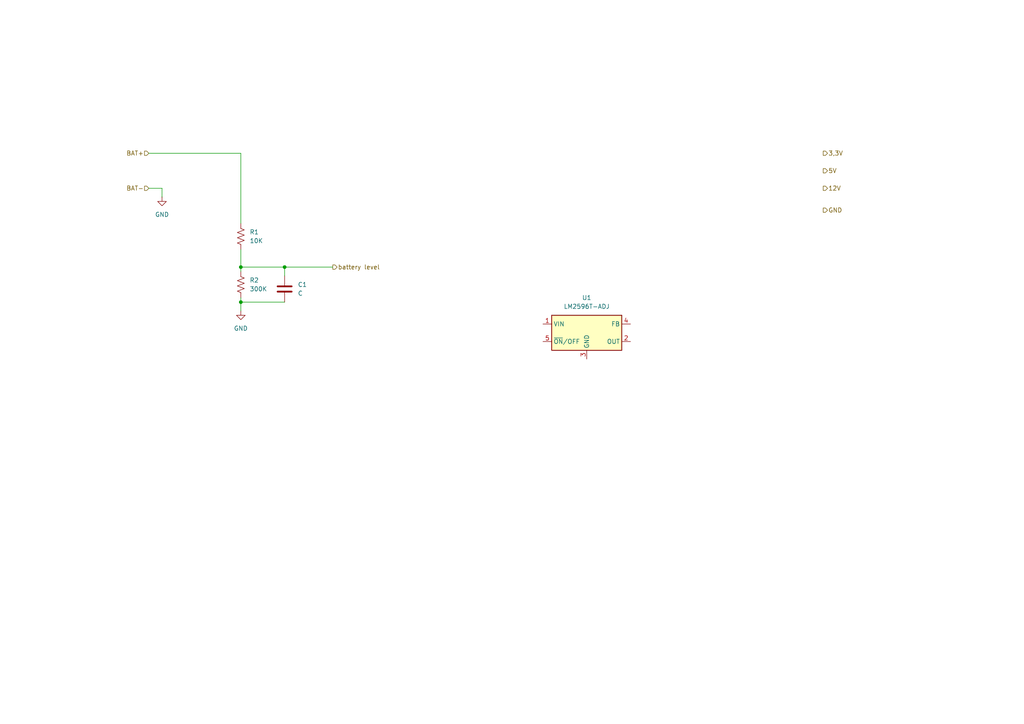
<source format=kicad_sch>
(kicad_sch
	(version 20250114)
	(generator "eeschema")
	(generator_version "9.0")
	(uuid "3b36f4ac-8da7-406b-bbe1-7eb36a907589")
	(paper "A4")
	(lib_symbols
		(symbol "Device:C"
			(pin_numbers
				(hide yes)
			)
			(pin_names
				(offset 0.254)
			)
			(exclude_from_sim no)
			(in_bom yes)
			(on_board yes)
			(property "Reference" "C"
				(at 0.635 2.54 0)
				(effects
					(font
						(size 1.27 1.27)
					)
					(justify left)
				)
			)
			(property "Value" "C"
				(at 0.635 -2.54 0)
				(effects
					(font
						(size 1.27 1.27)
					)
					(justify left)
				)
			)
			(property "Footprint" ""
				(at 0.9652 -3.81 0)
				(effects
					(font
						(size 1.27 1.27)
					)
					(hide yes)
				)
			)
			(property "Datasheet" "~"
				(at 0 0 0)
				(effects
					(font
						(size 1.27 1.27)
					)
					(hide yes)
				)
			)
			(property "Description" "Unpolarized capacitor"
				(at 0 0 0)
				(effects
					(font
						(size 1.27 1.27)
					)
					(hide yes)
				)
			)
			(property "ki_keywords" "cap capacitor"
				(at 0 0 0)
				(effects
					(font
						(size 1.27 1.27)
					)
					(hide yes)
				)
			)
			(property "ki_fp_filters" "C_*"
				(at 0 0 0)
				(effects
					(font
						(size 1.27 1.27)
					)
					(hide yes)
				)
			)
			(symbol "C_0_1"
				(polyline
					(pts
						(xy -2.032 0.762) (xy 2.032 0.762)
					)
					(stroke
						(width 0.508)
						(type default)
					)
					(fill
						(type none)
					)
				)
				(polyline
					(pts
						(xy -2.032 -0.762) (xy 2.032 -0.762)
					)
					(stroke
						(width 0.508)
						(type default)
					)
					(fill
						(type none)
					)
				)
			)
			(symbol "C_1_1"
				(pin passive line
					(at 0 3.81 270)
					(length 2.794)
					(name "~"
						(effects
							(font
								(size 1.27 1.27)
							)
						)
					)
					(number "1"
						(effects
							(font
								(size 1.27 1.27)
							)
						)
					)
				)
				(pin passive line
					(at 0 -3.81 90)
					(length 2.794)
					(name "~"
						(effects
							(font
								(size 1.27 1.27)
							)
						)
					)
					(number "2"
						(effects
							(font
								(size 1.27 1.27)
							)
						)
					)
				)
			)
			(embedded_fonts no)
		)
		(symbol "Device:R_US"
			(pin_numbers
				(hide yes)
			)
			(pin_names
				(offset 0)
			)
			(exclude_from_sim no)
			(in_bom yes)
			(on_board yes)
			(property "Reference" "R"
				(at 2.54 0 90)
				(effects
					(font
						(size 1.27 1.27)
					)
				)
			)
			(property "Value" "R_US"
				(at -2.54 0 90)
				(effects
					(font
						(size 1.27 1.27)
					)
				)
			)
			(property "Footprint" ""
				(at 1.016 -0.254 90)
				(effects
					(font
						(size 1.27 1.27)
					)
					(hide yes)
				)
			)
			(property "Datasheet" "~"
				(at 0 0 0)
				(effects
					(font
						(size 1.27 1.27)
					)
					(hide yes)
				)
			)
			(property "Description" "Resistor, US symbol"
				(at 0 0 0)
				(effects
					(font
						(size 1.27 1.27)
					)
					(hide yes)
				)
			)
			(property "ki_keywords" "R res resistor"
				(at 0 0 0)
				(effects
					(font
						(size 1.27 1.27)
					)
					(hide yes)
				)
			)
			(property "ki_fp_filters" "R_*"
				(at 0 0 0)
				(effects
					(font
						(size 1.27 1.27)
					)
					(hide yes)
				)
			)
			(symbol "R_US_0_1"
				(polyline
					(pts
						(xy 0 2.286) (xy 0 2.54)
					)
					(stroke
						(width 0)
						(type default)
					)
					(fill
						(type none)
					)
				)
				(polyline
					(pts
						(xy 0 2.286) (xy 1.016 1.905) (xy 0 1.524) (xy -1.016 1.143) (xy 0 0.762)
					)
					(stroke
						(width 0)
						(type default)
					)
					(fill
						(type none)
					)
				)
				(polyline
					(pts
						(xy 0 0.762) (xy 1.016 0.381) (xy 0 0) (xy -1.016 -0.381) (xy 0 -0.762)
					)
					(stroke
						(width 0)
						(type default)
					)
					(fill
						(type none)
					)
				)
				(polyline
					(pts
						(xy 0 -0.762) (xy 1.016 -1.143) (xy 0 -1.524) (xy -1.016 -1.905) (xy 0 -2.286)
					)
					(stroke
						(width 0)
						(type default)
					)
					(fill
						(type none)
					)
				)
				(polyline
					(pts
						(xy 0 -2.286) (xy 0 -2.54)
					)
					(stroke
						(width 0)
						(type default)
					)
					(fill
						(type none)
					)
				)
			)
			(symbol "R_US_1_1"
				(pin passive line
					(at 0 3.81 270)
					(length 1.27)
					(name "~"
						(effects
							(font
								(size 1.27 1.27)
							)
						)
					)
					(number "1"
						(effects
							(font
								(size 1.27 1.27)
							)
						)
					)
				)
				(pin passive line
					(at 0 -3.81 90)
					(length 1.27)
					(name "~"
						(effects
							(font
								(size 1.27 1.27)
							)
						)
					)
					(number "2"
						(effects
							(font
								(size 1.27 1.27)
							)
						)
					)
				)
			)
			(embedded_fonts no)
		)
		(symbol "Regulator_Switching:LM2596T-ADJ"
			(exclude_from_sim no)
			(in_bom yes)
			(on_board yes)
			(property "Reference" "U"
				(at -10.16 6.35 0)
				(effects
					(font
						(size 1.27 1.27)
					)
					(justify left)
				)
			)
			(property "Value" "LM2596T-ADJ"
				(at 0 6.35 0)
				(effects
					(font
						(size 1.27 1.27)
					)
					(justify left)
				)
			)
			(property "Footprint" "Package_TO_SOT_THT:TO-220-5_P3.4x3.7mm_StaggerOdd_Lead3.8mm_Vertical"
				(at 1.27 -6.35 0)
				(effects
					(font
						(size 1.27 1.27)
						(italic yes)
					)
					(justify left)
					(hide yes)
				)
			)
			(property "Datasheet" "http://www.ti.com/lit/ds/symlink/lm2596.pdf"
				(at 0 0 0)
				(effects
					(font
						(size 1.27 1.27)
					)
					(hide yes)
				)
			)
			(property "Description" "Adjustable 3A 150kHz Step-Down Voltage Regulator, TO-220"
				(at 0 0 0)
				(effects
					(font
						(size 1.27 1.27)
					)
					(hide yes)
				)
			)
			(property "ki_keywords" "Step-Down Voltage Regulator Adjustable 3A"
				(at 0 0 0)
				(effects
					(font
						(size 1.27 1.27)
					)
					(hide yes)
				)
			)
			(property "ki_fp_filters" "TO?220*"
				(at 0 0 0)
				(effects
					(font
						(size 1.27 1.27)
					)
					(hide yes)
				)
			)
			(symbol "LM2596T-ADJ_0_1"
				(rectangle
					(start -10.16 5.08)
					(end 10.16 -5.08)
					(stroke
						(width 0.254)
						(type default)
					)
					(fill
						(type background)
					)
				)
			)
			(symbol "LM2596T-ADJ_1_1"
				(pin power_in line
					(at -12.7 2.54 0)
					(length 2.54)
					(name "VIN"
						(effects
							(font
								(size 1.27 1.27)
							)
						)
					)
					(number "1"
						(effects
							(font
								(size 1.27 1.27)
							)
						)
					)
				)
				(pin input line
					(at -12.7 -2.54 0)
					(length 2.54)
					(name "~{ON}/OFF"
						(effects
							(font
								(size 1.27 1.27)
							)
						)
					)
					(number "5"
						(effects
							(font
								(size 1.27 1.27)
							)
						)
					)
				)
				(pin power_in line
					(at 0 -7.62 90)
					(length 2.54)
					(name "GND"
						(effects
							(font
								(size 1.27 1.27)
							)
						)
					)
					(number "3"
						(effects
							(font
								(size 1.27 1.27)
							)
						)
					)
				)
				(pin input line
					(at 12.7 2.54 180)
					(length 2.54)
					(name "FB"
						(effects
							(font
								(size 1.27 1.27)
							)
						)
					)
					(number "4"
						(effects
							(font
								(size 1.27 1.27)
							)
						)
					)
				)
				(pin output line
					(at 12.7 -2.54 180)
					(length 2.54)
					(name "OUT"
						(effects
							(font
								(size 1.27 1.27)
							)
						)
					)
					(number "2"
						(effects
							(font
								(size 1.27 1.27)
							)
						)
					)
				)
			)
			(embedded_fonts no)
		)
		(symbol "power:GND"
			(power)
			(pin_numbers
				(hide yes)
			)
			(pin_names
				(offset 0)
				(hide yes)
			)
			(exclude_from_sim no)
			(in_bom yes)
			(on_board yes)
			(property "Reference" "#PWR"
				(at 0 -6.35 0)
				(effects
					(font
						(size 1.27 1.27)
					)
					(hide yes)
				)
			)
			(property "Value" "GND"
				(at 0 -3.81 0)
				(effects
					(font
						(size 1.27 1.27)
					)
				)
			)
			(property "Footprint" ""
				(at 0 0 0)
				(effects
					(font
						(size 1.27 1.27)
					)
					(hide yes)
				)
			)
			(property "Datasheet" ""
				(at 0 0 0)
				(effects
					(font
						(size 1.27 1.27)
					)
					(hide yes)
				)
			)
			(property "Description" "Power symbol creates a global label with name \"GND\" , ground"
				(at 0 0 0)
				(effects
					(font
						(size 1.27 1.27)
					)
					(hide yes)
				)
			)
			(property "ki_keywords" "global power"
				(at 0 0 0)
				(effects
					(font
						(size 1.27 1.27)
					)
					(hide yes)
				)
			)
			(symbol "GND_0_1"
				(polyline
					(pts
						(xy 0 0) (xy 0 -1.27) (xy 1.27 -1.27) (xy 0 -2.54) (xy -1.27 -1.27) (xy 0 -1.27)
					)
					(stroke
						(width 0)
						(type default)
					)
					(fill
						(type none)
					)
				)
			)
			(symbol "GND_1_1"
				(pin power_in line
					(at 0 0 270)
					(length 0)
					(name "~"
						(effects
							(font
								(size 1.27 1.27)
							)
						)
					)
					(number "1"
						(effects
							(font
								(size 1.27 1.27)
							)
						)
					)
				)
			)
			(embedded_fonts no)
		)
	)
	(junction
		(at 69.85 77.47)
		(diameter 0)
		(color 0 0 0 0)
		(uuid "1d438449-667b-49f2-9072-791b05985556")
	)
	(junction
		(at 82.55 77.47)
		(diameter 0)
		(color 0 0 0 0)
		(uuid "674217ec-3b13-4942-a4b0-2ac1ccb713b6")
	)
	(junction
		(at 69.85 87.63)
		(diameter 0)
		(color 0 0 0 0)
		(uuid "e137466b-5975-4dbd-b096-58973de12116")
	)
	(wire
		(pts
			(xy 43.18 44.45) (xy 69.85 44.45)
		)
		(stroke
			(width 0)
			(type default)
		)
		(uuid "092c91be-38c9-4c04-bfe3-a40bee22be63")
	)
	(wire
		(pts
			(xy 69.85 44.45) (xy 69.85 64.77)
		)
		(stroke
			(width 0)
			(type default)
		)
		(uuid "232f5876-18d6-4d44-88f1-88f144fa1827")
	)
	(wire
		(pts
			(xy 82.55 77.47) (xy 96.52 77.47)
		)
		(stroke
			(width 0)
			(type default)
		)
		(uuid "34bb2375-7ecd-46bc-b00a-ac8946f6289b")
	)
	(wire
		(pts
			(xy 82.55 80.01) (xy 82.55 77.47)
		)
		(stroke
			(width 0)
			(type default)
		)
		(uuid "4639174e-e5e7-4a6e-b9d3-e5156dff3637")
	)
	(wire
		(pts
			(xy 82.55 77.47) (xy 69.85 77.47)
		)
		(stroke
			(width 0)
			(type default)
		)
		(uuid "5df8d4a3-81f9-4452-ac3c-a187c9966eb2")
	)
	(wire
		(pts
			(xy 69.85 87.63) (xy 69.85 90.17)
		)
		(stroke
			(width 0)
			(type default)
		)
		(uuid "6a36ae81-1bb6-4a5f-ac10-b1b08dabd07a")
	)
	(wire
		(pts
			(xy 69.85 86.36) (xy 69.85 87.63)
		)
		(stroke
			(width 0)
			(type default)
		)
		(uuid "88ea17c8-a142-402c-8458-a5776f0aaeb4")
	)
	(wire
		(pts
			(xy 46.99 54.61) (xy 46.99 57.15)
		)
		(stroke
			(width 0)
			(type default)
		)
		(uuid "923374b0-5f81-4159-91de-3abddbc5cc98")
	)
	(wire
		(pts
			(xy 43.18 54.61) (xy 46.99 54.61)
		)
		(stroke
			(width 0)
			(type default)
		)
		(uuid "aa522dc9-a9f7-446c-b037-53f9ab5bb750")
	)
	(wire
		(pts
			(xy 82.55 87.63) (xy 69.85 87.63)
		)
		(stroke
			(width 0)
			(type default)
		)
		(uuid "e2a96b28-2c85-4014-bab8-8fb28dc60cf4")
	)
	(wire
		(pts
			(xy 69.85 72.39) (xy 69.85 77.47)
		)
		(stroke
			(width 0)
			(type default)
		)
		(uuid "e6748a9d-ff17-4b3d-a68d-444ae8d5157f")
	)
	(wire
		(pts
			(xy 69.85 77.47) (xy 69.85 78.74)
		)
		(stroke
			(width 0)
			(type default)
		)
		(uuid "f7b829dd-ede8-4732-abca-1914b550788d")
	)
	(hierarchical_label "BAT-"
		(shape input)
		(at 43.18 54.61 180)
		(effects
			(font
				(size 1.27 1.27)
			)
			(justify right)
		)
		(uuid "2d8d2667-cc1f-40b0-bffe-d7777eda5494")
	)
	(hierarchical_label "battery level"
		(shape output)
		(at 96.52 77.47 0)
		(effects
			(font
				(size 1.27 1.27)
			)
			(justify left)
		)
		(uuid "7d61ac5c-7d44-491b-ae50-b15ed897db10")
	)
	(hierarchical_label "GND"
		(shape output)
		(at 238.76 60.96 0)
		(effects
			(font
				(size 1.27 1.27)
			)
			(justify left)
		)
		(uuid "89f50209-58fa-497a-b88d-4f3b820ae52a")
	)
	(hierarchical_label "12V"
		(shape output)
		(at 238.76 54.61 0)
		(effects
			(font
				(size 1.27 1.27)
			)
			(justify left)
		)
		(uuid "95ade862-4b05-4e28-9309-f9183e3cca63")
	)
	(hierarchical_label "5V"
		(shape output)
		(at 238.76 49.53 0)
		(effects
			(font
				(size 1.27 1.27)
			)
			(justify left)
		)
		(uuid "c1a52541-0877-4e85-aa55-dce2f97bf9f7")
	)
	(hierarchical_label "3,3V"
		(shape output)
		(at 238.76 44.45 0)
		(effects
			(font
				(size 1.27 1.27)
			)
			(justify left)
		)
		(uuid "f5a257ae-c335-434e-9ed2-4b9cb7aee81d")
	)
	(hierarchical_label "BAT+"
		(shape input)
		(at 43.18 44.45 180)
		(effects
			(font
				(size 1.27 1.27)
			)
			(justify right)
		)
		(uuid "f6d50c91-6569-4946-8bcf-041cd9052d7f")
	)
	(symbol
		(lib_id "power:GND")
		(at 46.99 57.15 0)
		(unit 1)
		(exclude_from_sim no)
		(in_bom yes)
		(on_board yes)
		(dnp no)
		(fields_autoplaced yes)
		(uuid "4756731c-f970-41b7-981a-c7f4ea951676")
		(property "Reference" "#PWR06"
			(at 46.99 63.5 0)
			(effects
				(font
					(size 1.27 1.27)
				)
				(hide yes)
			)
		)
		(property "Value" "GND"
			(at 46.99 62.23 0)
			(effects
				(font
					(size 1.27 1.27)
				)
			)
		)
		(property "Footprint" ""
			(at 46.99 57.15 0)
			(effects
				(font
					(size 1.27 1.27)
				)
				(hide yes)
			)
		)
		(property "Datasheet" ""
			(at 46.99 57.15 0)
			(effects
				(font
					(size 1.27 1.27)
				)
				(hide yes)
			)
		)
		(property "Description" "Power symbol creates a global label with name \"GND\" , ground"
			(at 46.99 57.15 0)
			(effects
				(font
					(size 1.27 1.27)
				)
				(hide yes)
			)
		)
		(pin "1"
			(uuid "0b853de2-2711-44db-8166-2ee9633063bc")
		)
		(instances
			(project "Leonardo_v2.0"
				(path "/0d3207ba-e51c-4f46-8c4e-e116d0062888/bece2dc1-1740-4c5c-8fd4-4c4b8478fa00"
					(reference "#PWR06")
					(unit 1)
				)
			)
		)
	)
	(symbol
		(lib_id "Device:R_US")
		(at 69.85 68.58 0)
		(unit 1)
		(exclude_from_sim no)
		(in_bom yes)
		(on_board yes)
		(dnp no)
		(fields_autoplaced yes)
		(uuid "59e7c5ba-4733-443a-a126-ea16c0ab0bfc")
		(property "Reference" "R1"
			(at 72.39 67.3099 0)
			(effects
				(font
					(size 1.27 1.27)
				)
				(justify left)
			)
		)
		(property "Value" "10K"
			(at 72.39 69.8499 0)
			(effects
				(font
					(size 1.27 1.27)
				)
				(justify left)
			)
		)
		(property "Footprint" ""
			(at 70.866 68.834 90)
			(effects
				(font
					(size 1.27 1.27)
				)
				(hide yes)
			)
		)
		(property "Datasheet" "~"
			(at 69.85 68.58 0)
			(effects
				(font
					(size 1.27 1.27)
				)
				(hide yes)
			)
		)
		(property "Description" "Resistor, US symbol"
			(at 69.85 68.58 0)
			(effects
				(font
					(size 1.27 1.27)
				)
				(hide yes)
			)
		)
		(pin "1"
			(uuid "413f01e6-7e22-4a0a-a9d0-e0cf75dcc02a")
		)
		(pin "2"
			(uuid "76deefc9-d1f7-448a-8b5d-9cc29bd4d8ce")
		)
		(instances
			(project ""
				(path "/0d3207ba-e51c-4f46-8c4e-e116d0062888/bece2dc1-1740-4c5c-8fd4-4c4b8478fa00"
					(reference "R1")
					(unit 1)
				)
			)
		)
	)
	(symbol
		(lib_id "Device:R_US")
		(at 69.85 82.55 0)
		(unit 1)
		(exclude_from_sim no)
		(in_bom yes)
		(on_board yes)
		(dnp no)
		(fields_autoplaced yes)
		(uuid "84912ec2-8a96-4865-876a-b3aa1575a4b7")
		(property "Reference" "R2"
			(at 72.39 81.2799 0)
			(effects
				(font
					(size 1.27 1.27)
				)
				(justify left)
			)
		)
		(property "Value" "300K"
			(at 72.39 83.8199 0)
			(effects
				(font
					(size 1.27 1.27)
				)
				(justify left)
			)
		)
		(property "Footprint" ""
			(at 70.866 82.804 90)
			(effects
				(font
					(size 1.27 1.27)
				)
				(hide yes)
			)
		)
		(property "Datasheet" "~"
			(at 69.85 82.55 0)
			(effects
				(font
					(size 1.27 1.27)
				)
				(hide yes)
			)
		)
		(property "Description" "Resistor, US symbol"
			(at 69.85 82.55 0)
			(effects
				(font
					(size 1.27 1.27)
				)
				(hide yes)
			)
		)
		(pin "1"
			(uuid "e194c309-540e-410e-86af-a043190d9174")
		)
		(pin "2"
			(uuid "56ef57c2-1d8f-47bb-9e52-0692a1023425")
		)
		(instances
			(project "Leonardo_v2.0"
				(path "/0d3207ba-e51c-4f46-8c4e-e116d0062888/bece2dc1-1740-4c5c-8fd4-4c4b8478fa00"
					(reference "R2")
					(unit 1)
				)
			)
		)
	)
	(symbol
		(lib_id "power:GND")
		(at 69.85 90.17 0)
		(unit 1)
		(exclude_from_sim no)
		(in_bom yes)
		(on_board yes)
		(dnp no)
		(fields_autoplaced yes)
		(uuid "d165c7dc-cb84-41c8-9e45-443393f5f5e8")
		(property "Reference" "#PWR05"
			(at 69.85 96.52 0)
			(effects
				(font
					(size 1.27 1.27)
				)
				(hide yes)
			)
		)
		(property "Value" "GND"
			(at 69.85 95.25 0)
			(effects
				(font
					(size 1.27 1.27)
				)
			)
		)
		(property "Footprint" ""
			(at 69.85 90.17 0)
			(effects
				(font
					(size 1.27 1.27)
				)
				(hide yes)
			)
		)
		(property "Datasheet" ""
			(at 69.85 90.17 0)
			(effects
				(font
					(size 1.27 1.27)
				)
				(hide yes)
			)
		)
		(property "Description" "Power symbol creates a global label with name \"GND\" , ground"
			(at 69.85 90.17 0)
			(effects
				(font
					(size 1.27 1.27)
				)
				(hide yes)
			)
		)
		(pin "1"
			(uuid "3a4aa00e-a653-4b39-9acb-1b94283d728d")
		)
		(instances
			(project ""
				(path "/0d3207ba-e51c-4f46-8c4e-e116d0062888/bece2dc1-1740-4c5c-8fd4-4c4b8478fa00"
					(reference "#PWR05")
					(unit 1)
				)
			)
		)
	)
	(symbol
		(lib_id "Regulator_Switching:LM2596T-ADJ")
		(at 170.18 96.52 0)
		(unit 1)
		(exclude_from_sim no)
		(in_bom yes)
		(on_board yes)
		(dnp no)
		(fields_autoplaced yes)
		(uuid "f705bc8b-40ee-4e17-b1f7-6796044b4b14")
		(property "Reference" "U1"
			(at 170.18 86.36 0)
			(effects
				(font
					(size 1.27 1.27)
				)
			)
		)
		(property "Value" "LM2596T-ADJ"
			(at 170.18 88.9 0)
			(effects
				(font
					(size 1.27 1.27)
				)
			)
		)
		(property "Footprint" "Package_TO_SOT_THT:TO-220-5_P3.4x3.7mm_StaggerOdd_Lead3.8mm_Vertical"
			(at 171.45 102.87 0)
			(effects
				(font
					(size 1.27 1.27)
					(italic yes)
				)
				(justify left)
				(hide yes)
			)
		)
		(property "Datasheet" "http://www.ti.com/lit/ds/symlink/lm2596.pdf"
			(at 170.18 96.52 0)
			(effects
				(font
					(size 1.27 1.27)
				)
				(hide yes)
			)
		)
		(property "Description" "Adjustable 3A 150kHz Step-Down Voltage Regulator, TO-220"
			(at 170.18 96.52 0)
			(effects
				(font
					(size 1.27 1.27)
				)
				(hide yes)
			)
		)
		(pin "5"
			(uuid "58b05c04-59a0-4192-9913-cca88ce9891a")
		)
		(pin "3"
			(uuid "e3999ac2-c7cb-4e5e-9a6b-2d304b9eefb1")
		)
		(pin "4"
			(uuid "30fa231e-b221-4b72-af7a-be08c83c6611")
		)
		(pin "2"
			(uuid "c6dd9e59-60b6-482d-a89a-683bbd7c3068")
		)
		(pin "1"
			(uuid "2977df4d-9877-4776-acd4-248f40c1bfc3")
		)
		(instances
			(project ""
				(path "/0d3207ba-e51c-4f46-8c4e-e116d0062888/bece2dc1-1740-4c5c-8fd4-4c4b8478fa00"
					(reference "U1")
					(unit 1)
				)
			)
		)
	)
	(symbol
		(lib_id "Device:C")
		(at 82.55 83.82 0)
		(unit 1)
		(exclude_from_sim no)
		(in_bom yes)
		(on_board yes)
		(dnp no)
		(fields_autoplaced yes)
		(uuid "ff86bb78-9734-4403-94d6-88b7fc9b6bac")
		(property "Reference" "C1"
			(at 86.36 82.5499 0)
			(effects
				(font
					(size 1.27 1.27)
				)
				(justify left)
			)
		)
		(property "Value" "C"
			(at 86.36 85.0899 0)
			(effects
				(font
					(size 1.27 1.27)
				)
				(justify left)
			)
		)
		(property "Footprint" ""
			(at 83.5152 87.63 0)
			(effects
				(font
					(size 1.27 1.27)
				)
				(hide yes)
			)
		)
		(property "Datasheet" "~"
			(at 82.55 83.82 0)
			(effects
				(font
					(size 1.27 1.27)
				)
				(hide yes)
			)
		)
		(property "Description" "Unpolarized capacitor"
			(at 82.55 83.82 0)
			(effects
				(font
					(size 1.27 1.27)
				)
				(hide yes)
			)
		)
		(pin "2"
			(uuid "9291b087-c301-4190-9fe1-ebd5cdfe8038")
		)
		(pin "1"
			(uuid "be77b1e4-9449-4fdd-a209-8eb07656a5b7")
		)
		(instances
			(project ""
				(path "/0d3207ba-e51c-4f46-8c4e-e116d0062888/bece2dc1-1740-4c5c-8fd4-4c4b8478fa00"
					(reference "C1")
					(unit 1)
				)
			)
		)
	)
)

</source>
